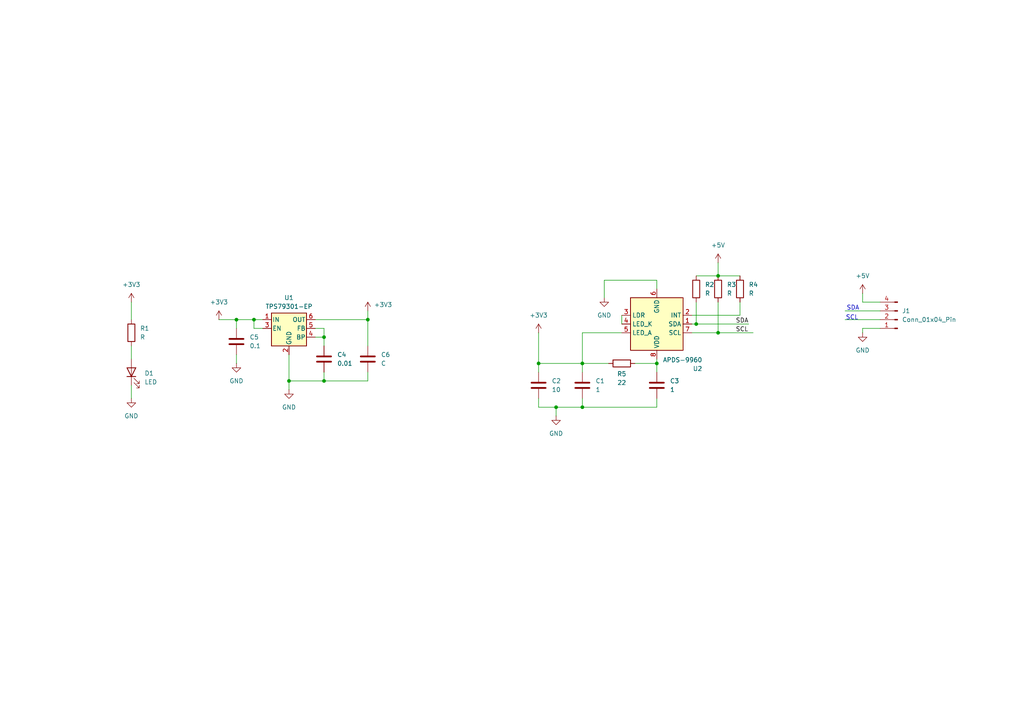
<source format=kicad_sch>
(kicad_sch (version 20250114) (generator "eeschema") (generator_version "9.0")
  (paper "A4")
  (lib_symbols
    (symbol "Connector:Conn_01x04_Pin" (pin_names (offset 1.016) (hide yes))
      (property "Reference" "J" (at 0 5.08 0))
      (property "Value" "Conn_01x04_Pin" (at 0 -7.62 0))
      (symbol "Conn_01x04_Pin_1_1"
        (rectangle (start 0.8636 2.667) (end 0 2.413) (stroke (width 0.1524)) (fill (type outline)))
        (rectangle (start 0.8636 0.127) (end 0 -0.127) (stroke (width 0.1524)) (fill (type outline)))
        (rectangle (start 0.8636 -2.413) (end 0 -2.667) (stroke (width 0.1524)) (fill (type outline)))
        (rectangle (start 0.8636 -4.953) (end 0 -5.207) (stroke (width 0.1524)) (fill (type outline)))
        (polyline (pts (xy 1.27 2.54) (xy 0.8636 2.54)) (stroke (width 0.1524)))
        (polyline (pts (xy 1.27 0) (xy 0.8636 0)) (stroke (width 0.1524)))
        (polyline (pts (xy 1.27 -2.54) (xy 0.8636 -2.54)) (stroke (width 0.1524)))
        (polyline (pts (xy 1.27 -5.08) (xy 0.8636 -5.08)) (stroke (width 0.1524)))
        (pin passive line (at 5.08 2.54 180) (length 3.81) (name "Pin_1") (number "1"))
        (pin passive line (at 5.08 0 180) (length 3.81) (name "Pin_2") (number "2"))
        (pin passive line (at 5.08 -2.54 180) (length 3.81) (name "Pin_3") (number "3"))
        (pin passive line (at 5.08 -5.08 180) (length 3.81) (name "Pin_4") (number "4"))
      )
    )
    (symbol "Device:C" (pin_numbers (hide yes)) (pin_names (offset 0.254))
      (property "Reference" "C" (at 0.635 2.54 0))
      (property "Value" "C" (at 0.635 -2.54 0))
      (symbol "C_0_1"
        (polyline (pts (xy -2.032 0.762) (xy 2.032 0.762)) (stroke (width 0.508)))
        (polyline (pts (xy -2.032 -0.762) (xy 2.032 -0.762)) (stroke (width 0.508)))
      )
      (symbol "C_1_1"
        (pin passive line (at 0 3.81 270) (length 2.794) (name "~") (number "1"))
        (pin passive line (at 0 -3.81 90) (length 2.794) (name "~") (number "2"))
      )
    )
    (symbol "Device:LED" (pin_numbers (hide yes)) (pin_names (offset 1.016) (hide yes))
      (property "Reference" "D" (at 0 2.54 0))
      (property "Value" "LED" (at 0 -2.54 0))
      (symbol "LED_0_1"
        (polyline (pts (xy -3.048 -0.762) (xy -4.572 -2.286) (xy -3.81 -2.286) (xy -4.572 -2.286) (xy -4.572 -1.524)))
        (polyline (pts (xy -1.778 -0.762) (xy -3.302 -2.286) (xy -2.54 -2.286) (xy -3.302 -2.286) (xy -3.302 -1.524)))
        (polyline (pts (xy -1.27 0) (xy 1.27 0)))
        (polyline (pts (xy -1.27 -1.27) (xy -1.27 1.27)) (stroke (width 0.254)))
        (polyline (pts (xy 1.27 -1.27) (xy 1.27 1.27) (xy -1.27 0) (xy 1.27 -1.27)) (stroke (width 0.254)))
      )
      (symbol "LED_1_1"
        (pin passive line (at -3.81 0 0) (length 2.54) (name "K") (number "1"))
        (pin passive line (at 3.81 0 180) (length 2.54) (name "A") (number "2"))
      )
    )
    (symbol "Device:R" (pin_numbers (hide yes)) (pin_names (offset 0))
      (property "Reference" "R" (at 2.032 0 90))
      (property "Value" "R" (at 0 0 90))
      (symbol "R_0_1"
        (rectangle (start -1.016 -2.54) (end 1.016 2.54) (stroke (width 0.254)))
      )
      (symbol "R_1_1"
        (pin passive line (at 0 3.81 270) (length 1.27) (name "~") (number "1"))
        (pin passive line (at 0 -3.81 90) (length 1.27) (name "~") (number "2"))
      )
    )
    (symbol "Regulator_Linear:TPS79301-EP" (pin_names (offset 0.254))
      (property "Reference" "U" (at -3.81 5.715 0))
      (property "Value" "TPS79301-EP" (at 0 5.715 0))
      (symbol "TPS79301-EP_1_1"
        (rectangle (start 5.08 -5.08) (end -5.08 4.445) (stroke (width 0.254)) (fill (type background)))
        (pin power_in line (at -7.62 2.54 0) (length 2.54) (name "IN") (number "1"))
        (pin input line (at -7.62 0 0) (length 2.54) (name "EN") (number "3"))
        (pin power_in line (at 0 -7.62 90) (length 2.54) (name "GND") (number "2"))
        (pin power_out line (at 7.62 2.54 180) (length 2.54) (name "OUT") (number "6"))
        (pin input line (at 7.62 0 180) (length 2.54) (name "FB") (number "5"))
        (pin passive line (at 7.62 -2.54 180) (length 2.54) (name "BP") (number "4"))
      )
    )
    (symbol "Sensor:APDS-9960"
      (property "Reference" "U" (at -5.08 8.89 0))
      (property "Value" "APDS-9960" (at 6.35 8.89 0))
      (symbol "APDS-9960_0_1"
        (rectangle (start -7.62 7.62) (end 7.62 -7.62) (stroke (width 0.254)) (fill (type background)))
      )
      (symbol "APDS-9960_1_1"
        (pin input line (at -10.16 2.54 0) (length 2.54) (name "SCL") (number "7"))
        (pin bidirectional line (at -10.16 0 0) (length 2.54) (name "SDA") (number "1"))
        (pin open_collector line (at -10.16 -2.54 0) (length 2.54) (name "INT") (number "2"))
        (pin power_in line (at 0 10.16 270) (length 2.54) (name "VDD") (number "8"))
        (pin power_in line (at 0 -10.16 90) (length 2.54) (name "GND") (number "6"))
        (pin passive line (at 10.16 2.54 180) (length 2.54) (name "LED_A") (number "5"))
        (pin passive line (at 10.16 0 180) (length 2.54) (name "LED_K") (number "4"))
        (pin passive line (at 10.16 -2.54 180) (length 2.54) (name "LDR") (number "3"))
      )
    )
    (symbol "power:+3V3" (power) (pin_numbers (hide yes)) (pin_names (offset 0) (hide yes))
      (property "Value" "+3V3" (at 0 3.556 0))
      (symbol "+3V3_0_1"
        (polyline (pts (xy -0.762 1.27) (xy 0 2.54)))
        (polyline (pts (xy 0 2.54) (xy 0.762 1.27)))
        (polyline (pts (xy 0 0) (xy 0 2.54)))
      )
      (symbol "+3V3_1_1"
        (pin power_in line (at 0 0 90) (length 0) (name "~") (number "1"))
      )
    )
    (symbol "power:+5V" (power) (pin_numbers (hide yes)) (pin_names (offset 0) (hide yes))
      (property "Value" "+5V" (at 0 3.556 0))
      (symbol "+5V_0_1"
        (polyline (pts (xy -0.762 1.27) (xy 0 2.54)))
        (polyline (pts (xy 0 2.54) (xy 0.762 1.27)))
        (polyline (pts (xy 0 0) (xy 0 2.54)))
      )
      (symbol "+5V_1_1"
        (pin power_in line (at 0 0 90) (length 0) (name "~") (number "1"))
      )
    )
    (symbol "power:GND" (power) (pin_numbers (hide yes)) (pin_names (offset 0) (hide yes))
      (property "Value" "GND" (at 0 -3.81 0))
      (symbol "GND_0_1"
        (polyline (pts (xy 0 0) (xy 0 -1.27) (xy 1.27 -1.27) (xy 0 -2.54) (xy -1.27 -1.27) (xy 0 -1.27)))
      )
      (symbol "GND_1_1"
        (pin power_in line (at 0 0 270) (length 0) (name "~") (number "1"))
      )
    )
    (symbol "power:VBUS" (power) (pin_numbers (hide yes)) (pin_names (offset 0) (hide yes))
      (property "Value" "VBUS" (at 0 3.556 0))
      (symbol "VBUS_0_1"
        (polyline (pts (xy -0.762 1.27) (xy 0 2.54)))
        (polyline (pts (xy 0 2.54) (xy 0.762 1.27)))
        (polyline (pts (xy 0 0) (xy 0 2.54)))
      )
      (symbol "VBUS_1_1"
        (pin power_in line (at 0 0 90) (length 0) (name "~") (number "1"))
      )
    )
  )
  (text "SCL" (at 247.142 92.202 0) (effects (font (size 1.27 1.27))))
  (text "SDA" (at 247.396 89.408 0) (effects (font (size 1.27 1.27))))
  (junction (at 168.91 105.41))
  (junction (at 93.98 97.79))
  (junction (at 68.58 92.71))
  (junction (at 190.5 105.41))
  (junction (at 201.93 93.98))
  (junction (at 208.28 96.52))
  (junction (at 208.28 80.01))
  (junction (at 161.29 118.11))
  (junction (at 83.82 110.49))
  (junction (at 73.66 92.71))
  (junction (at 93.98 110.49))
  (junction (at 106.68 92.71))
  (junction (at 156.21 105.41))
  (junction (at 168.91 118.11))
  (wire (pts (xy 106.68 92.71) (xy 106.68 100.33)))
  (wire (pts (xy 73.66 92.71) (xy 76.2 92.71)))
  (wire (pts (xy 161.29 118.11) (xy 161.29 120.65)))
  (wire (pts (xy 93.98 107.95) (xy 93.98 110.49)))
  (wire (pts (xy 156.21 105.41) (xy 156.21 107.95)))
  (wire (pts (xy 250.19 85.09) (xy 250.19 87.63)))
  (wire (pts (xy 208.28 87.63) (xy 208.28 96.52)))
  (wire (pts (xy 201.93 87.63) (xy 201.93 93.98)))
  (wire (pts (xy 208.28 76.2) (xy 208.28 80.01)))
  (wire (pts (xy 168.91 118.11) (xy 168.91 115.57)))
  (wire (pts (xy 68.58 92.71) (xy 73.66 92.71)))
  (wire (pts (xy 180.34 96.52) (xy 168.91 96.52)))
  (wire (pts (xy 245.11 90.17) (xy 255.27 90.17)))
  (wire (pts (xy 91.44 92.71) (xy 106.68 92.71)))
  (wire (pts (xy 214.63 87.63) (xy 214.63 91.44)))
  (wire (pts (xy 83.82 110.49) (xy 83.82 113.03)))
  (wire (pts (xy 68.58 102.87) (xy 68.58 105.41)))
  (wire (pts (xy 190.5 105.41) (xy 190.5 104.14)))
  (wire (pts (xy 38.1 87.63) (xy 38.1 92.71)))
  (wire (pts (xy 156.21 96.52) (xy 156.21 105.41)))
  (wire (pts (xy 214.63 91.44) (xy 200.66 91.44)))
  (wire (pts (xy 76.2 95.25) (xy 73.66 95.25)))
  (wire (pts (xy 68.58 92.71) (xy 68.58 95.25)))
  (wire (pts (xy 175.26 81.28) (xy 175.26 86.36)))
  (wire (pts (xy 106.68 92.71) (xy 106.68 90.17)))
  (wire (pts (xy 168.91 105.41) (xy 168.91 107.95)))
  (wire (pts (xy 83.82 102.87) (xy 83.82 110.49)))
  (wire (pts (xy 201.93 80.01) (xy 208.28 80.01)))
  (wire (pts (xy 83.82 110.49) (xy 93.98 110.49)))
  (wire (pts (xy 161.29 118.11) (xy 168.91 118.11)))
  (wire (pts (xy 156.21 118.11) (xy 161.29 118.11)))
  (wire (pts (xy 63.5 92.71) (xy 68.58 92.71)))
  (wire (pts (xy 190.5 81.28) (xy 190.5 83.82)))
  (wire (pts (xy 168.91 96.52) (xy 168.91 105.41)))
  (wire (pts (xy 91.44 95.25) (xy 93.98 95.25)))
  (wire (pts (xy 180.34 93.98) (xy 180.34 91.44)))
  (wire (pts (xy 93.98 97.79) (xy 93.98 100.33)))
  (wire (pts (xy 245.11 92.71) (xy 255.27 92.71)))
  (wire (pts (xy 208.28 96.52) (xy 200.66 96.52)))
  (wire (pts (xy 250.19 95.25) (xy 255.27 95.25)))
  (wire (pts (xy 38.1 115.57) (xy 38.1 111.76)))
  (wire (pts (xy 217.17 93.98) (xy 201.93 93.98)))
  (wire (pts (xy 218.44 96.52) (xy 208.28 96.52)))
  (wire (pts (xy 190.5 81.28) (xy 175.26 81.28)))
  (wire (pts (xy 190.5 115.57) (xy 190.5 118.11)))
  (wire (pts (xy 156.21 115.57) (xy 156.21 118.11)))
  (wire (pts (xy 208.28 80.01) (xy 214.63 80.01)))
  (wire (pts (xy 190.5 105.41) (xy 190.5 107.95)))
  (wire (pts (xy 184.15 105.41) (xy 190.5 105.41)))
  (wire (pts (xy 201.93 93.98) (xy 200.66 93.98)))
  (wire (pts (xy 91.44 97.79) (xy 93.98 97.79)))
  (wire (pts (xy 38.1 100.33) (xy 38.1 104.14)))
  (wire (pts (xy 168.91 105.41) (xy 176.53 105.41)))
  (wire (pts (xy 250.19 96.52) (xy 250.19 95.25)))
  (wire (pts (xy 168.91 105.41) (xy 156.21 105.41)))
  (wire (pts (xy 250.19 87.63) (xy 255.27 87.63)))
  (wire (pts (xy 93.98 110.49) (xy 106.68 110.49)))
  (wire (pts (xy 93.98 95.25) (xy 93.98 97.79)))
  (wire (pts (xy 106.68 110.49) (xy 106.68 107.95)))
  (wire (pts (xy 190.5 118.11) (xy 168.91 118.11)))
  (wire (pts (xy 73.66 95.25) (xy 73.66 92.71)))
  (label "SDA" (at 213.36 93.98 0))
  (label "SCL" (at 213.36 96.52 0))
  (symbol (lib_id "Device:R") (at 208.28 83.82 0) (unit 1)
    (property "Reference" "R3" (at 210.82 82.5499 0) (effects (justify left)))
    (property "Value" "R" (at 210.82 85.0899 0) (effects (justify left)))
    (property "Footprint" "Capacitor_SMD:C_0805_2012Metric_Pad1.18x1.45mm_HandSolder" (effects (hide yes)))
    (property "Description" "Resistor" (effects (hide yes)))
  )
  (symbol (lib_id "power:VBUS") (at 208.28 76.2 0) (unit 1)
    (property "Reference" "#PWR05" (effects (hide yes)))
    (property "Value" "+5V" (at 208.28 71.12 0))
    (property "Description" "Power symbol creates a global label with name \"VBUS\"" (effects (hide yes)))
  )
  (symbol (lib_id "power:+5V") (at 250.19 85.09 0) (unit 1)
    (property "Reference" "#PWR03" (effects (hide yes)))
    (property "Value" "+5V" (at 250.19 80.01 0))
    (property "Description" "Power symbol creates a global label with name \"+5V\"" (effects (hide yes)))
  )
  (symbol (lib_id "Device:R") (at 201.93 83.82 0) (unit 1)
    (property "Reference" "R2" (at 204.47 82.5499 0) (effects (justify left)))
    (property "Value" "R" (at 204.47 85.0899 0) (effects (justify left)))
    (property "Footprint" "Capacitor_SMD:C_0805_2012Metric_Pad1.18x1.45mm_HandSolder" (effects (hide yes)))
    (property "Description" "Resistor" (effects (hide yes)))
  )
  (symbol (lib_id "power:+3V3") (at 38.1 87.63 0) (unit 1)
    (property "Reference" "#PWR01" (effects (hide yes)))
    (property "Value" "+3V3" (at 38.1 82.55 0))
    (property "Description" "Power symbol creates a global label with name \"+3V3\"" (effects (hide yes)))
  )
  (symbol (lib_id "Device:LED") (at 38.1 107.95 90) (unit 1)
    (property "Reference" "D1" (at 41.91 108.2674 90) (effects (justify right)))
    (property "Value" "LED" (at 41.91 110.8074 90) (effects (justify right)))
    (property "Footprint" "LED_SMD:LED_0805_2012Metric_Pad1.15x1.40mm_HandSolder" (effects (hide yes)))
    (property "Description" "Light emitting diode" (effects (hide yes)))
    (property "Sim.Pins" "1=K 2=A" (effects (hide yes)))
  )
  (symbol (lib_id "Regulator_Linear:TPS79301-EP") (at 83.82 95.25 0) (unit 1)
    (property "Reference" "U1" (at 83.82 86.36 0))
    (property "Value" "TPS79301-EP" (at 83.82 88.9 0))
    (property "Footprint" "Package_TO_SOT_SMD:SOT-23-6" (effects (hide yes)))
    (property "Datasheet" "http://www.ti.com/lit/ds/symlink/tps79333-ep.pdf" (effects (hide yes)))
    (property "Description" "200mA UltraLow-Noise, High-Precision, Fast RF, Low Drop-out Voltage Regulator, Adjustable Output, SOT-23" (effects (hide yes)))
  )
  (symbol (lib_id "power:GND") (at 250.19 96.52 0) (unit 1)
    (property "Reference" "#PWR04" (effects (hide yes)))
    (property "Value" "GND" (at 250.19 101.6 0))
    (property "Description" "Power symbol creates a global label with name \"GND\" , ground" (effects (hide yes)))
  )
  (symbol (lib_id "power:+3V3") (at 106.68 90.17 0) (unit 1)
    (property "Reference" "#PWR012" (effects (hide yes)))
    (property "Value" "+3V3" (at 108.458 88.392 0) (effects (justify left)))
    (property "Description" "Power symbol creates a global label with name \"+3V3\"" (effects (hide yes)))
  )
  (symbol (lib_id "Device:C") (at 190.5 111.76 0) (unit 1)
    (property "Reference" "C3" (at 194.31 110.4899 0) (effects (justify left)))
    (property "Value" "1" (at 194.31 113.0299 0) (effects (justify left)))
    (property "Footprint" "Capacitor_SMD:C_0805_2012Metric_Pad1.18x1.45mm_HandSolder" (effects (hide yes)))
    (property "Description" "Unpolarized capacitor" (effects (hide yes)))
  )
  (symbol (lib_id "power:GND") (at 175.26 86.36 0) (unit 1)
    (property "Reference" "#PWR06" (effects (hide yes)))
    (property "Value" "GND" (at 175.26 91.44 0))
    (property "Description" "Power symbol creates a global label with name \"GND\" , ground" (effects (hide yes)))
  )
  (symbol (lib_id "Device:R") (at 180.34 105.41 90) (unit 1)
    (property "Reference" "R5" (at 180.34 108.458 90))
    (property "Value" "22" (at 180.34 110.998 90))
    (property "Footprint" "Capacitor_SMD:C_0805_2012Metric_Pad1.18x1.45mm_HandSolder" (effects (hide yes)))
    (property "Description" "Resistor" (effects (hide yes)))
  )
  (symbol (lib_id "power:GND") (at 38.1 115.57 0) (unit 1)
    (property "Reference" "#PWR02" (effects (hide yes)))
    (property "Value" "GND" (at 38.1 120.65 0))
    (property "Description" "Power symbol creates a global label with name \"GND\" , ground" (effects (hide yes)))
  )
  (symbol (lib_id "Device:R") (at 38.1 96.52 0) (unit 1)
    (property "Reference" "R1" (at 40.6174 95.2499 0) (effects (justify left)))
    (property "Value" "R" (at 40.6174 97.7899 0) (effects (justify left)))
    (property "Footprint" "Capacitor_SMD:C_0805_2012Metric_Pad1.18x1.45mm_HandSolder" (effects (hide yes)))
    (property "Description" "Resistor" (effects (hide yes)))
  )
  (symbol (lib_id "Device:C") (at 106.68 104.14 0) (unit 1)
    (property "Reference" "C6" (at 110.49 102.8699 0) (effects (justify left)))
    (property "Value" "C" (at 110.49 105.4099 0) (effects (justify left)))
    (property "Footprint" "Capacitor_SMD:C_0805_2012Metric_Pad1.18x1.45mm_HandSolder" (effects (hide yes)))
    (property "Description" "Unpolarized capacitor" (effects (hide yes)))
  )
  (symbol (lib_id "power:+3V3") (at 156.21 96.52 0) (unit 1)
    (property "Reference" "#PWR014" (effects (hide yes)))
    (property "Value" "+3V3" (at 156.21 91.44 0))
    (property "Description" "Power symbol creates a global label with name \"+3V3\"" (effects (hide yes)))
  )
  (symbol (lib_id "power:+3V3") (at 63.5 92.71 0) (unit 1)
    (property "Reference" "#PWR07" (effects (hide yes)))
    (property "Value" "+3V3" (at 63.5 87.63 0))
    (property "Description" "Power symbol creates a global label with name \"+3V3\"" (effects (hide yes)))
  )
  (symbol (lib_id "Sensor:APDS-9960") (at 190.5 93.98 180) (unit 1)
    (property "Reference" "U2" (at 203.708 106.934 0) (effects (justify left)))
    (property "Value" "APDS-9960" (at 203.708 104.394 0) (effects (justify left)))
    (property "Footprint" "Sensor:Avago_APDS-9960" (effects (hide yes)))
    (property "Datasheet" "https://docs.broadcom.com/doc/AV02-4191EN" (effects (hide yes)))
    (property "Description" "Digital Proximity, Ambient Light, RGB and Gesture Sensor" (effects (hide yes)))
  )
  (symbol (lib_id "Device:C") (at 93.98 104.14 0) (unit 1)
    (property "Reference" "C4" (at 97.79 102.8699 0) (effects (justify left)))
    (property "Value" "0.01" (at 97.79 105.4099 0) (effects (justify left)))
    (property "Footprint" "Capacitor_SMD:C_0805_2012Metric_Pad1.18x1.45mm_HandSolder" (effects (hide yes)))
    (property "Description" "Unpolarized capacitor" (effects (hide yes)))
  )
  (symbol (lib_id "Device:R") (at 214.63 83.82 0) (unit 1)
    (property "Reference" "R4" (at 217.17 82.5499 0) (effects (justify left)))
    (property "Value" "R" (at 217.17 85.0899 0) (effects (justify left)))
    (property "Footprint" "Capacitor_SMD:C_0805_2012Metric_Pad1.18x1.45mm_HandSolder" (effects (hide yes)))
    (property "Description" "Resistor" (effects (hide yes)))
  )
  (symbol (lib_id "Device:C") (at 68.58 99.06 0) (unit 1)
    (property "Reference" "C5" (at 72.39 97.7899 0) (effects (justify left)))
    (property "Value" "0.1" (at 72.39 100.3299 0) (effects (justify left)))
    (property "Footprint" "Capacitor_SMD:C_0805_2012Metric_Pad1.18x1.45mm_HandSolder" (effects (hide yes)))
    (property "Description" "Unpolarized capacitor" (effects (hide yes)))
  )
  (symbol (lib_id "Device:C") (at 168.91 111.76 180) (unit 1)
    (property "Reference" "C1" (at 172.72 110.4899 0) (effects (justify right)))
    (property "Value" "1" (at 172.72 113.0299 0) (effects (justify right)))
    (property "Footprint" "Capacitor_SMD:C_0805_2012Metric_Pad1.18x1.45mm_HandSolder" (effects (hide yes)))
    (property "Description" "Unpolarized capacitor" (effects (hide yes)))
  )
  (symbol (lib_id "Connector:Conn_01x04_Pin") (at 260.35 92.71 180) (unit 1)
    (property "Reference" "J1" (at 261.62 90.1699 0) (effects (justify right)))
    (property "Value" "Conn_01x04_Pin" (at 261.62 92.7099 0) (effects (justify right)))
    (property "Footprint" "Connector_PinSocket_2.54mm:PinSocket_1x04_P2.54mm_Vertical" (effects (hide yes)))
    (property "Description" "Generic connector, single row, 01x04, script generated" (effects (hide yes)))
  )
  (symbol (lib_id "power:GND") (at 68.58 105.41 0) (unit 1)
    (property "Reference" "#PWR09" (effects (hide yes)))
    (property "Value" "GND" (at 68.58 110.49 0))
    (property "Description" "Power symbol creates a global label with name \"GND\" , ground" (effects (hide yes)))
  )
  (symbol (lib_id "power:GND") (at 83.82 113.03 0) (unit 1)
    (property "Reference" "#PWR011" (effects (hide yes)))
    (property "Value" "GND" (at 83.82 118.11 0))
    (property "Description" "Power symbol creates a global label with name \"GND\" , ground" (effects (hide yes)))
  )
  (symbol (lib_id "Device:C") (at 156.21 111.76 0) (unit 1)
    (property "Reference" "C2" (at 160.02 110.4899 0) (effects (justify left)))
    (property "Value" "10" (at 160.02 113.0299 0) (effects (justify left)))
    (property "Footprint" "Capacitor_SMD:C_0805_2012Metric_Pad1.18x1.45mm_HandSolder" (effects (hide yes)))
    (property "Description" "Unpolarized capacitor" (effects (hide yes)))
  )
  (symbol (lib_id "power:GND") (at 161.29 120.65 0) (unit 1)
    (property "Reference" "#PWR013" (effects (hide yes)))
    (property "Value" "GND" (at 161.29 125.73 0))
    (property "Description" "Power symbol creates a global label with name \"GND\" , ground" (effects (hide yes)))
  )
)
</source>
